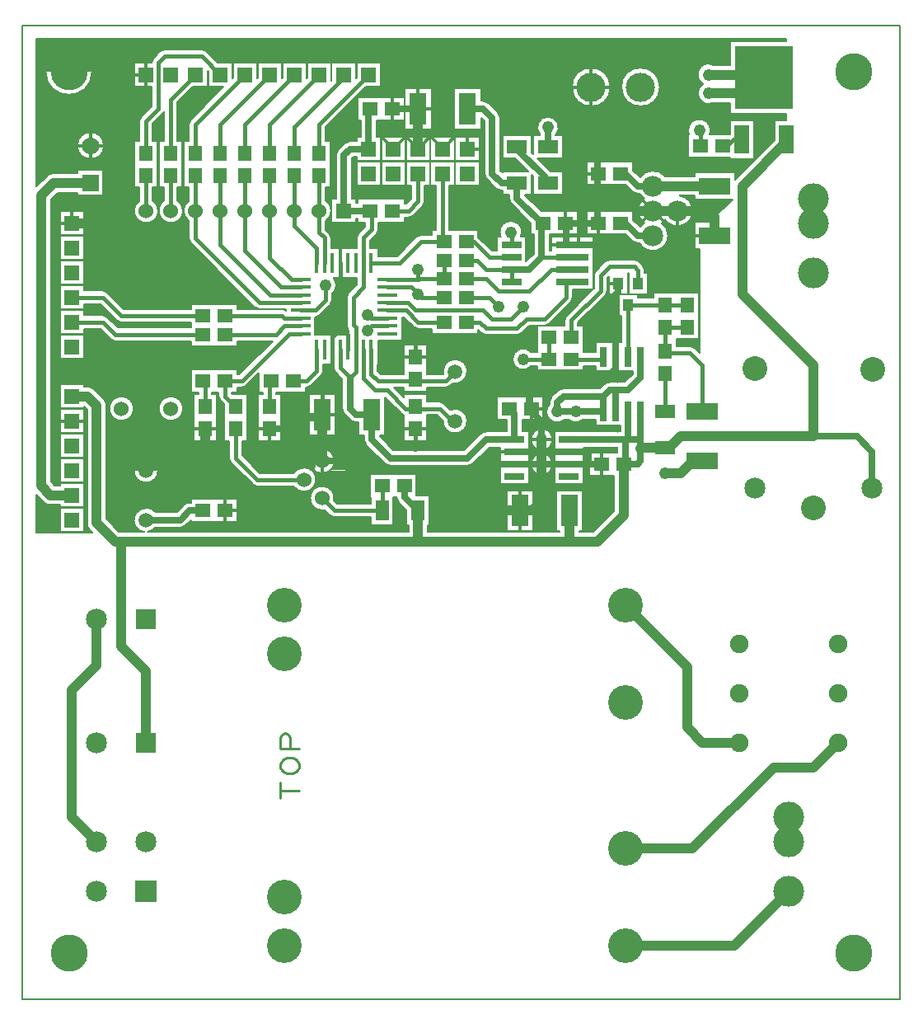
<source format=gbr>
%FSLAX23Y23*%
%MOIN*%
G04 EasyPC Gerber Version 14.0.2 Build 2922 *
%ADD118R,0.01600X0.08000*%
%ADD97R,0.02500X0.08000*%
%ADD121R,0.04000X0.04800*%
%ADD28R,0.05500X0.06000*%
%ADD120R,0.05500X0.08000*%
%ADD123R,0.05906X0.11811*%
%ADD99R,0.07000X0.12600*%
%ADD124R,0.23622X0.25591*%
%ADD15R,0.06000X0.06000*%
%ADD108R,0.06000X0.06000*%
%ADD87R,0.06500X0.06500*%
%ADD117R,0.08000X0.08000*%
%ADD116R,0.08500X0.08500*%
%ADD24C,0.00500*%
%ADD26C,0.00800*%
%ADD13C,0.01000*%
%ADD20C,0.01200*%
%ADD14C,0.01500*%
%ADD71C,0.02500*%
%ADD70C,0.04000*%
%ADD19C,0.04800*%
%ADD115C,0.05984*%
%ADD16C,0.06000*%
%ADD125C,0.07000*%
%ADD122C,0.07500*%
%ADD112C,0.08500*%
%ADD23C,0.10000*%
%ADD126C,0.11811*%
%ADD113C,0.12500*%
%ADD119R,0.08000X0.01600*%
%ADD27R,0.08000X0.02500*%
%ADD29R,0.06000X0.05500*%
%ADD72C,0.14000*%
%ADD114R,0.08000X0.05500*%
%ADD78C,0.15000*%
%ADD98R,0.12600X0.07000*%
X0Y0D02*
D02*
D13*
X1685Y846D02*
X1610D01*
Y815D02*
Y877D01*
X1660Y915D02*
X1635D01*
X1623Y921*
X1616Y928*
X1610Y940*
Y953*
X1616Y965*
X1623Y971*
X1635Y978*
X1660*
X1673Y971*
X1679Y965*
X1685Y953*
Y940*
X1679Y928*
X1673Y921*
X1660Y915*
X1685Y1015D02*
X1610D01*
Y1059*
X1616Y1071*
X1629Y1077*
X1641Y1071*
X1648Y1059*
Y1015*
D02*
D14*
X1067Y3333D02*
Y3190D01*
Y3423D02*
Y3553D01*
X1117Y3603*
Y3790*
X1142Y3815*
X1292*
X1367Y3740*
X1167Y3333D02*
Y3190D01*
Y3423D02*
Y3640D01*
X1267Y3740*
Y3333D02*
Y3190D01*
X1297Y2503D02*
X1304D01*
Y2398*
X1297Y2690D02*
X941D01*
X891Y2740*
X766*
X1297Y2765D02*
X967D01*
X891Y2840*
X766*
X1367Y3190D02*
Y3333D01*
Y3423D02*
Y3540D01*
X1566Y3740*
X1387Y2503D02*
Y2440D01*
X1429Y2398*
X1466Y3333D02*
Y3190D01*
Y3423D02*
Y3540D01*
X1666Y3740*
X1466D02*
X1267Y3540D01*
Y3423*
X1566Y2398D02*
Y2498D01*
X1572Y2503*
X1566Y3190D02*
Y3000D01*
X1654Y2913*
X1691*
X1566Y3333D02*
Y3190D01*
Y3423D02*
Y3540D01*
X1766Y3740*
X1666Y3333D02*
Y3190D01*
Y3423D02*
Y3528D01*
X1866Y3728*
Y3740*
X1691Y2692D02*
X1644D01*
X1454Y2503*
X1387*
X1691Y2724D02*
X1625D01*
X1591Y2690*
X1387*
X1691Y2755D02*
X1626D01*
X1616Y2765*
X1387*
X1691Y2787D02*
X1751D01*
X1791Y2828*
Y2890*
X1691Y2818D02*
X1526D01*
X1267Y3078*
Y3190*
X1691Y2850D02*
X1569D01*
X1367Y3053*
Y3190*
X1691Y2881D02*
X1613D01*
X1466Y3028*
Y3190*
X1704Y2103D02*
X1516D01*
X1429Y2190*
Y2308*
X1756Y2628D02*
Y2542D01*
X1716Y2503*
X1661*
X1756Y2978D02*
Y3038D01*
X1666Y3128*
Y3190*
X1766Y3333D02*
Y3190D01*
Y3423D02*
Y3540D01*
X1966Y3740*
X1788Y2978D02*
Y3081D01*
X1766Y3103*
Y3190*
X1819Y2628D02*
Y2555D01*
X1779Y2515*
Y2365*
X1819Y2628D02*
Y2680D01*
X1854Y2715*
X1851Y2628D02*
Y2556D01*
X1891Y2515*
X1851Y2978D02*
Y2893D01*
X1854Y2890*
Y2715D02*
Y2890D01*
X1882Y2628D02*
Y2687D01*
X1854Y2715*
X1914Y2628D02*
Y2537D01*
X1891Y2515*
X1945Y2628D02*
Y2511D01*
X1991Y2465*
X2041*
X2117Y2390*
X2254*
X2304Y2340*
X2317*
X1945Y2978D02*
Y3081D01*
X1979Y3115*
Y3183*
X1972Y3190*
X1945Y2978D02*
Y2881D01*
X1904Y2840*
Y2728*
X1914Y2718*
Y2628*
X2021Y1978D02*
X1829D01*
X1779Y2028*
X2022Y2078D02*
Y1979D01*
X2021Y1978*
X2041Y2724D02*
X1980D01*
X1962Y2705*
X2041Y2755D02*
X1976D01*
X1962Y2770*
X2041Y2787D02*
X2120D01*
X2167Y2740*
X2272*
X2041Y2818D02*
X2126D01*
X2154Y2790*
X2429*
X2467Y2753*
X2542*
X2592Y2803*
X2041Y2881D02*
X2138D01*
X2167Y2853*
X2041Y2913D02*
X2169D01*
X2167Y2915*
X2062Y3190D02*
X2129D01*
X2167Y3228*
Y3340*
X2154Y2240D02*
Y2308D01*
Y2598D02*
Y2665D01*
X2167Y2853D02*
X2179Y2840D01*
X2272*
X2167Y2915D02*
X2272D01*
X2167Y2953D02*
Y2915D01*
X2272D02*
Y2990D01*
Y3065D02*
X2267D01*
Y3340*
X2272Y3065D02*
X2179D01*
X2092Y2978*
X1977*
X2317Y2540D02*
X2279Y2503D01*
X2004*
X1977Y2530*
Y2628*
X2362Y2740D02*
X2417D01*
X2442Y2715*
X2567*
X2604Y2753*
X2679*
X2764Y2838*
Y2903*
X2492Y2803D02*
X2454Y2840D01*
X2362*
X2544Y2953D02*
X2442D01*
X2404Y2990*
X2362*
X2544Y2953D02*
Y2903D01*
Y3003D02*
X2454D01*
X2392Y3065*
X2362*
X2544Y3053D02*
Y3100D01*
X2542Y3103*
X2592Y2590D02*
X2697D01*
X2667Y3003D02*
X2764D01*
X2697Y2678D02*
Y2590D01*
X2764Y2953D02*
X2704D01*
X2617Y2865*
X2492*
X2442Y2915*
X2362*
X2917Y2600D02*
Y2590D01*
X2787*
X3017Y2600D02*
Y2809D01*
X3057Y2896D02*
Y2950D01*
X3042Y2965*
X2942*
X2904Y2928*
Y2865*
X2787Y2748*
Y2678*
X3167Y2533D02*
Y2378D01*
Y2720D02*
Y2623D01*
Y2810D02*
X3018D01*
X3017Y2809*
X3254Y2720D02*
X3167D01*
X3254Y2810D02*
X3167D01*
X3309Y3453D02*
Y3510D01*
X3304Y3515*
X3317Y2378D02*
Y2565D01*
X3267Y2615*
X3174*
X3167Y2623*
X3399Y3453D02*
X3417D01*
X3442Y3478*
X3477*
D02*
D15*
X766Y1940D03*
Y2040D03*
Y2140D03*
Y2240D03*
Y2340D03*
Y2440D03*
Y2640D03*
Y2740D03*
Y2840D03*
Y2940D03*
Y3040D03*
Y3140D03*
X1866Y3190D03*
X1966Y3340D03*
Y3440D03*
X2067Y3340D03*
Y3440D03*
X2167Y3340D03*
Y3440D03*
X2267Y3340D03*
Y3440D03*
X2367Y3340D03*
Y3440D03*
D02*
D16*
X967Y2390D03*
X1067Y3190D03*
X1167Y2390D03*
Y3190D03*
X1267D03*
X1367D03*
X1466D03*
X1566D03*
X1666D03*
X1704Y2103D03*
X1766Y3190D03*
X1779Y2028D03*
Y2178D03*
D02*
D19*
X1067Y2840D03*
X1167Y2515D03*
Y2640D03*
Y2840D03*
X1304Y2165D03*
X1466Y1978D03*
X1566D03*
X1779Y2465D03*
X1791Y2890D03*
X1854Y2715D03*
Y2890D03*
X1962Y2705D03*
Y2770D03*
X2154Y2240D03*
Y2665D03*
X2167Y2853D03*
Y2953D03*
Y3740D03*
X2267D03*
X2354Y1978D03*
X2442Y3153D03*
X2454Y1978D03*
X2479Y2615D03*
X2492Y2803D03*
X2542Y3103D03*
X2592Y2590D03*
Y2803D03*
X2617Y2503D03*
X2667Y2165D03*
Y2265D03*
X2692Y3528D03*
X2729Y2378D03*
X2804D03*
X2854Y2503D03*
X2892Y3240D03*
Y3440D03*
X2929Y2765D03*
Y3053D03*
X3167Y2128D03*
X3304Y3515D03*
X3342Y3665D03*
Y3740D03*
D02*
D70*
X766Y2440D02*
X829D01*
X867Y2403*
Y1928*
X941Y1853*
X967*
X766Y3140D02*
X916D01*
X1067Y2990*
Y2840*
X842Y3303D02*
X692D01*
X641Y3253*
Y2078*
X679Y2040*
X766*
X867Y640D02*
X766Y740D01*
Y1252*
X867Y1353*
Y1540*
X967Y1853D02*
X2167D01*
X1067Y1040D02*
Y1328D01*
X967Y1428*
Y1853*
X1167Y2640D02*
Y2515D01*
Y2840D02*
X1067D01*
X1304Y2165D02*
Y2308D01*
X1566Y1978D02*
X1466D01*
X1779Y2178D02*
Y2365D01*
X2167Y1853D02*
Y1878D01*
Y1978*
Y3603D02*
Y3440D01*
X2454Y1978D02*
X2579D01*
X2454D02*
X2354D01*
X2667Y2165D02*
Y2015D01*
X2629Y1978*
X2579*
X2667Y2265D02*
Y2165D01*
X2779Y1853D02*
X2167D01*
X2779Y1978D02*
Y1853D01*
X2892Y3240D02*
X3004D01*
X3054Y3190*
X3117*
X2999Y2165D02*
Y1960D01*
X2892Y1853*
X2779*
X3004Y218D02*
X3445D01*
X3667Y440*
X3004Y612D02*
X3276D01*
X3604Y940*
X3767*
X3867Y1040*
X3167Y2232D02*
X3070D01*
X3067Y2228*
X3217Y3190D02*
X3117D01*
X3317Y2178D02*
X3279D01*
X3229Y2128*
X3167*
X3342Y3665D02*
X3504D01*
X3567Y3728*
X3342Y3740D02*
X3479D01*
Y3728*
X3567*
X3367Y3090D02*
Y3165D01*
X3342Y3190*
X3217*
X3367Y3290D02*
X3117D01*
X3467Y1040D02*
X3317D01*
X3254Y1103*
Y1346*
X3004Y1596*
X3657Y3478D02*
Y3468D01*
X3479Y3290*
Y2853*
X3767Y2565*
Y2278*
X3704*
X3229*
X3183Y2232*
X3167*
D02*
D71*
X1297Y1978D02*
X1242D01*
X1204Y1940*
X1067*
X1566Y2308D02*
X1634D01*
X1679Y2353*
X1766*
X1779Y2365*
X1866Y3190D02*
Y3415D01*
X1891Y3440*
X1966*
X1891Y2515D02*
Y2390D01*
X1916Y2365*
X1979*
X1972Y3190D02*
X1866D01*
X1972Y3603D02*
X1966D01*
Y3440*
X2062Y3603D02*
X2167D01*
X2112Y2078D02*
Y2033D01*
X2167Y1978*
X2154Y2665D02*
X2429D01*
X2479Y2615*
Y2540*
X2517Y2503*
X2617*
X2544Y2953D02*
X2617D01*
X2667Y3003*
X2557Y2165D02*
X2417D01*
X2392Y2140*
X1891*
X1854Y2178*
X1779*
X2557Y2215D02*
X2842D01*
X2854Y2203*
Y2165*
X2829*
X2557Y2265D02*
Y2368D01*
X2534Y2390*
X2557Y2265D02*
X2442D01*
X2367Y2190*
X2054*
X1979Y2265*
Y2365*
X2567Y3303D02*
X2504D01*
X2467Y3340*
Y3565*
X2429Y3603*
X2367*
X2567Y3303D02*
Y3240D01*
X2672Y3135*
Y3140*
X2567Y3449D02*
Y3440D01*
X2679Y3328*
Y3303*
X2692*
X2667Y2265D02*
Y2340D01*
X2617Y2390*
Y2503*
X2672Y3140D02*
X2667D01*
Y3003*
X2692Y3449D02*
Y3528D01*
X2729Y2378D02*
X2804D01*
X2762Y3140D02*
X2897D01*
X2764Y3053D02*
X2767D01*
Y3128*
X2762Y3140*
X2777Y2265D02*
X2967D01*
X2804Y2378D02*
X2729D01*
Y2415*
X2754Y2440*
X2917*
X2804Y2378D02*
X2914D01*
X2917Y2380*
X2817Y3053D02*
X2929D01*
X2829Y2165D02*
X2557D01*
X2897Y3140D02*
X2892D01*
Y3240*
X2897Y3340D02*
X2892Y3345D01*
Y3440*
X2897Y3340D02*
X2892D01*
Y3240*
X2909Y2165D02*
X2829D01*
X2917Y2380D02*
Y2440D01*
X2942Y2465*
X2967*
Y2265D02*
X3017D01*
X2967Y2380D02*
Y2465D01*
X3017*
X3067Y2515*
Y2600*
X2967D02*
Y2553D01*
X2917Y2503*
X2854*
X2967Y2600D02*
Y2678D01*
Y2728*
X2929Y2765*
Y2815*
X2977Y2863*
Y2896*
X2999Y2165D02*
X3054D01*
X3067Y2178*
Y2228*
X2999Y2165D02*
X3004D01*
Y2265*
X2967*
X3017D02*
X3067D01*
X3017Y2380D02*
Y2265D01*
X3067Y2228D02*
Y2265D01*
Y2380D02*
Y2265D01*
X3117Y3090D02*
X3054D01*
X3004Y3140*
X2987*
X3117Y3290D02*
X3054D01*
X3004Y3340*
X2987*
X4003Y2069D02*
Y2216D01*
X3942Y2278*
X3704*
D02*
D20*
X743Y2340D02*
X716D01*
X743Y3140D02*
X716D01*
X766Y3164D02*
Y3191D01*
X791Y2340D02*
X818D01*
X791Y3140D02*
X818D01*
X813Y3453D02*
X786D01*
X842Y3424D02*
Y3397D01*
Y3482D02*
Y3509D01*
X871Y3453D02*
X898D01*
X1043Y3740D02*
X1016D01*
X1067Y3716D02*
Y3689D01*
Y3764D02*
Y3791D01*
X1283Y2308D02*
X1256D01*
X1304Y2284D02*
Y2257D01*
X1325Y2308D02*
X1353D01*
X1387Y1956D02*
Y1929D01*
Y1999D02*
Y2026D01*
X1411Y1978D02*
X1438D01*
X1545Y2308D02*
X1518D01*
X1566Y2284D02*
Y2257D01*
X1588Y2308D02*
X1615D01*
X1750Y2365D02*
X1723D01*
X1755Y2178D02*
X1728D01*
X1779Y2154D02*
Y2127D01*
Y2202D02*
Y2229D01*
Y2308D02*
Y2281D01*
Y2422D02*
Y2449D01*
X1803Y2178D02*
X1830D01*
X1808Y2365D02*
X1835D01*
X1819Y2594D02*
Y2567D01*
Y2662D02*
Y2688D01*
X1851Y2943D02*
Y2917D01*
Y3012D02*
Y3038D01*
X1882Y2662D02*
Y2688D01*
X2041Y3466D02*
X2015Y3491D01*
X2062Y3581D02*
Y3554D01*
Y3624D02*
Y3651D01*
X2092Y3466D02*
X2118Y3491D01*
X2133Y2308D02*
X2106D01*
X2133Y2598D02*
X2106D01*
X2141Y3466D02*
X2116Y3491D01*
X2154Y2284D02*
Y2257D01*
Y2622D02*
Y2649D01*
X2167Y3545D02*
Y3519D01*
Y3660D02*
Y3687D01*
X2176Y2308D02*
X2203D01*
X2176Y2598D02*
X2203D01*
X2192Y3466D02*
X2217Y3491D01*
X2196Y3603D02*
X2223D01*
X2241Y3466D02*
X2216Y3491D01*
X2292Y3466D02*
X2317Y3491D01*
X2367Y3464D02*
Y3491D01*
X2391Y3440D02*
X2418D01*
X2523Y2165D02*
X2496D01*
X2523Y2215D02*
X2496D01*
X2550Y1978D02*
X2523D01*
X2579Y1921D02*
Y1894D01*
Y2035D02*
Y2062D01*
X2591Y2165D02*
X2618D01*
X2591Y2215D02*
X2618D01*
X2608Y1978D02*
X2635D01*
X2624Y2369D02*
Y2342D01*
Y2412D02*
Y2438D01*
X2648Y2390D02*
X2675D01*
X2649Y2165D02*
X2622D01*
X2649Y2265D02*
X2622D01*
X2667Y2147D02*
Y2120D01*
Y2183D02*
Y2210D01*
Y2247D02*
Y2220D01*
Y2283D02*
Y2310D01*
X2685Y2165D02*
X2712D01*
X2685Y2265D02*
X2712D01*
X2730Y3053D02*
X2703D01*
X2743Y2165D02*
X2716D01*
X2743Y2215D02*
X2716D01*
X2762Y3119D02*
Y3092D01*
Y3162D02*
Y3188D01*
X2764Y3059D02*
Y3086D01*
X2785Y3140D02*
X2813D01*
X2811Y2165D02*
X2838D01*
X2811Y2215D02*
X2838D01*
X2813Y3690D02*
X2786D01*
X2817Y3059D02*
Y3086D01*
X2851Y3053D02*
X2878D01*
X2867Y3637D02*
Y3610D01*
Y3743D02*
Y3770D01*
X2873Y3140D02*
X2845D01*
X2873Y3340D02*
X2845D01*
X2885Y2165D02*
X2858D01*
X2897Y3119D02*
Y3092D01*
Y3162D02*
Y3188D01*
Y3318D02*
Y3292D01*
Y3362D02*
Y3388D01*
X2909Y2144D02*
Y2117D01*
Y2187D02*
Y2213D01*
X2920Y3690D02*
X2947D01*
X2963Y2896D02*
X2936D01*
X2967Y2566D02*
Y2539D01*
Y2634D02*
Y2661D01*
X3091Y3164D02*
X3072Y3145D01*
X3091Y3216D02*
X3072Y3235D01*
X3142Y3164D02*
X3161Y3145D01*
X3217Y3154D02*
Y3127D01*
X3253Y3190D02*
X3280D01*
X3310Y3090D02*
X3283D01*
D02*
D23*
X3528Y2551D03*
X3767Y1990D03*
X4005Y2550D03*
D02*
D24*
X4117Y3D02*
X567D01*
Y3940*
X4117*
Y3*
D02*
D26*
X623Y1890D02*
X849D01*
X839Y1900*
G75*
G02X828Y1928I28J28*
G01*
Y2386*
X816Y2398*
Y2391*
X718*
Y2489*
X816*
Y2479*
X829*
G75*
G02X857Y2468I0J-39*
G01*
X894Y2430*
G75*
G02X906Y2403I-28J-28*
G01*
Y1944*
X957Y1892*
G75*
G02X978Y1891I9J-40*
G01*
X1060*
G75*
G02X1018Y1940I6J49*
G01*
G75*
G02X1104Y1972I49*
G01*
X1191*
X1219Y2000*
G75*
G02X1242Y2009I22J-22*
G01*
X1248*
Y2024*
X1436*
Y1931*
X1248*
Y1939*
X1226Y1918*
G75*
G02X1204Y1909I-22J22*
G01*
X1104*
G75*
G02X1073Y1891I-37J32*
G01*
X2128*
Y1919*
X2120*
Y1979*
X2089Y2010*
G75*
G02X2080Y2031I22J22*
G01*
X2067*
Y1919*
X1974*
Y1951*
X1829*
G75*
G02X1810Y1959I0J27*
G01*
X1789Y1980*
G75*
G02X1779Y1979I-10J48*
G01*
G75*
G02Y2077J49*
G01*
G75*
G02X1827Y2017J-49*
G01*
X1840Y2004*
X1974*
Y2031*
X1972*
Y2124*
X2160*
Y2037*
X2213*
Y1919*
X2206*
Y1891*
X2740*
Y1895*
X2725*
Y2060*
X2833*
Y1895*
X2818*
Y1891*
X2875*
X2960Y1976*
Y2119*
X2860*
Y2212*
X2973*
Y2232*
G75*
G02X2956Y2233I-6J33*
G01*
X2836*
Y2084*
X2718*
Y2297*
X2956*
G75*
G02X2977I10J-31*
G01*
X2985*
Y2321*
X2885*
Y2346*
X2833*
G75*
G02X2777Y2344I-29J32*
G01*
X2756*
G75*
G02X2698Y2407I-27J33*
G01*
Y2415*
G75*
G02X2707Y2437I32J0*
G01*
X2732Y2462*
G75*
G02X2754Y2472I22J-22*
G01*
X2903*
X2919Y2487*
G75*
G02X2942Y2497I22J-22*
G01*
X2956*
G75*
G02X2977I10J-31*
G01*
X3003*
X3035Y2528*
Y2541*
X2885*
Y2563*
X2836*
Y2544*
X2648*
Y2563*
X2625*
G75*
G02X2549Y2590I-34J27*
G01*
G75*
G02X2625Y2617I43*
G01*
X2648*
Y2724*
X2760*
Y2748*
G75*
G02X2768Y2766I27J0*
G01*
X2873Y2871*
X2791*
Y2838*
G75*
G02X2783Y2819I-27J0*
G01*
X2698Y2734*
G75*
G02X2679Y2726I-19J19*
G01*
X2615*
X2585Y2696*
G75*
G02X2567Y2688I-19J19*
G01*
X2442*
G75*
G02X2423Y2696I0J27*
G01*
X2410Y2709*
Y2693*
X2223*
Y2713*
X2167*
G75*
G02X2148Y2721I0J27*
G01*
X2109Y2760*
X2101*
Y2665*
X2004*
Y2568*
X2003*
Y2541*
X2015Y2529*
X2108*
Y2647*
X2201*
Y2529*
X2268*
X2269Y2530*
G75*
G02X2268Y2540I48J10*
G01*
G75*
G02X2365I49*
G01*
G75*
G02X2306Y2492I-49*
G01*
X2298Y2484*
G75*
G02X2279Y2476I-19J19*
G01*
X2201*
Y2459*
X2108*
Y2476*
X2068*
X2108Y2436*
Y2447*
X2201*
Y2417*
X2254*
G75*
G02X2273Y2409I0J-27*
G01*
X2297Y2385*
G75*
G02X2365Y2340I20J-45*
G01*
G75*
G02X2268Y2339I-49*
G01*
X2243Y2364*
X2201*
Y2259*
X2108*
Y2365*
G75*
G02X2098Y2371I9J25*
G01*
X2033Y2436*
Y2283*
X2011*
Y2278*
X2067Y2222*
X2353*
X2419Y2287*
G75*
G02X2442Y2297I22J-22*
G01*
X2525*
Y2344*
X2485*
Y2437*
X2673*
Y2344*
X2588*
Y2297*
X2616*
Y2084*
X2498*
Y2233*
X2455*
X2389Y2168*
G75*
G02X2367Y2159I-22J22*
G01*
X2054*
G75*
G02X2032Y2168I0J32*
G01*
X1957Y2243*
G75*
G02X1948Y2265I22J22*
G01*
Y2283*
X1925*
Y2334*
X1916*
G75*
G02X1894Y2343I0J32*
G01*
X1869Y2368*
G75*
G02X1860Y2390I22J22*
G01*
Y2505*
G75*
G02X1859Y2510I32J10*
G01*
X1832Y2537*
G75*
G02X1824Y2556I19J19*
G01*
Y2568*
X1783*
Y2542*
G75*
G02X1775Y2524I-27J0*
G01*
X1735Y2484*
G75*
G02X1716Y2476I-19J19*
G01*
X1711*
Y2456*
X1593*
Y2447*
X1613*
Y2259*
X1520*
Y2447*
X1540*
Y2456*
X1523*
Y2534*
X1473Y2484*
G75*
G02X1454Y2476I-19J19*
G01*
X1436*
Y2456*
X1413*
Y2451*
X1417Y2447*
X1476*
Y2259*
X1456*
Y2201*
X1527Y2129*
X1663*
G75*
G02X1704Y2152I41J-27*
G01*
G75*
G02Y2054J-49*
G01*
G75*
G02X1663Y2076J49*
G01*
X1516*
G75*
G02X1498Y2084I0J27*
G01*
X1410Y2171*
G75*
G02X1403Y2190I19J19*
G01*
Y2259*
X1383*
Y2407*
X1368Y2421*
G75*
G02X1360Y2440I19J19*
G01*
Y2456*
X1331*
Y2447*
X1351*
Y2259*
X1258*
Y2447*
X1278*
Y2456*
X1248*
Y2549*
X1436*
Y2529*
X1443*
X1578Y2663*
X1436*
Y2643*
X1248*
Y2663*
X941*
G75*
G02X923Y2671I0J27*
G01*
X881Y2713*
X816*
Y2691*
X718*
Y2789*
X816*
Y2767*
X891*
G75*
G02X910Y2759I0J-27*
G01*
X952Y2717*
X1248*
Y2739*
X967*
G75*
G02X948Y2746I0J27*
G01*
X881Y2813*
X816*
Y2791*
X718*
Y2889*
X816*
Y2867*
X891*
G75*
G02X910Y2859I0J-27*
G01*
X977Y2792*
X1248*
Y2812*
X1436*
Y2792*
X1616*
G75*
G02X1633Y2786I0J-27*
G01*
Y2792*
X1526*
G75*
G02X1507Y2800I0J27*
G01*
X1248Y3059*
G75*
G02X1240Y3078I19J19*
G01*
Y3149*
G75*
G02Y3231I27J41*
G01*
Y3284*
X1220*
Y3472*
X1240*
Y3540*
G75*
G02X1248Y3559I27J0*
G01*
X1380Y3691*
X1318*
Y3752*
X1315Y3754*
Y3691*
X1255*
X1193Y3629*
Y3472*
X1213*
Y3284*
X1193*
Y3231*
G75*
G02X1216Y3190I-27J-41*
G01*
G75*
G02X1117I-49*
G01*
G75*
G02X1140Y3231I49*
G01*
Y3284*
X1120*
Y3472*
X1140*
Y3590*
G75*
G02X1135Y3584I-24J12*
G01*
X1093Y3542*
Y3472*
X1113*
Y3284*
X1093*
Y3231*
G75*
G02X1116Y3190I-27J-41*
G01*
G75*
G02X1018I-49*
G01*
G75*
G02X1040Y3231I49*
G01*
Y3284*
X1020*
Y3472*
X1040*
Y3553*
G75*
G02X1048Y3571I27J0*
G01*
X1090Y3613*
Y3691*
X1018*
Y3789*
X1090*
Y3790*
G75*
G02X1098Y3809I27J0*
G01*
X1123Y3834*
G75*
G02X1142Y3842I19J-19*
G01*
X1292*
G75*
G02X1310Y3834I0J-27*
G01*
X1355Y3789*
X1415*
Y3726*
X1418Y3728*
Y3789*
X1516*
Y3726*
X1518Y3728*
Y3789*
X1616*
Y3726*
X1618Y3728*
Y3789*
X1716*
Y3726*
X1718Y3728*
Y3789*
X1815*
Y3714*
X1817Y3716*
Y3789*
X1916*
Y3726*
X1918Y3728*
Y3789*
X2015*
Y3691*
X1955*
X1793Y3529*
Y3472*
X1813*
Y3284*
X1793*
Y3231*
G75*
G02Y3149I-27J-41*
G01*
Y3113*
X1806Y3100*
G75*
G02X1814Y3081I-19J-19*
G01*
Y3037*
X1919*
Y3081*
G75*
G02X1927Y3100I27J0*
G01*
X1953Y3126*
Y3143*
X1923*
Y3159*
X1916*
Y3141*
X1817*
Y3239*
X1835*
Y3415*
G75*
G02X1844Y3437I32J0*
G01*
X1869Y3462*
G75*
G02X1891Y3472I22J-22*
G01*
X1918*
Y3489*
X1935*
Y3556*
X1923*
Y3649*
X2111*
Y3556*
X1998*
Y3489*
X2015*
Y3391*
X1918*
Y3409*
X1905*
X1898Y3402*
Y3239*
X1916*
Y3222*
X1923*
Y3237*
X2111*
Y3217*
X2118*
X2140Y3238*
Y3291*
X2118*
Y3389*
X2216*
Y3291*
X2193*
Y3228*
G75*
G02X2185Y3209I-27J0*
G01*
X2148Y3171*
G75*
G02X2129Y3163I-19J19*
G01*
X2111*
Y3143*
X2006*
Y3115*
G75*
G02X1998Y3096I-27J0*
G01*
X1972Y3070*
Y3037*
X2004*
Y3004*
X2081*
X2160Y3084*
G75*
G02X2179Y3092I19J-19*
G01*
X2223*
Y3112*
X2240*
Y3291*
X2217*
Y3389*
X2316*
Y3291*
X2293*
Y3112*
X2410*
Y3083*
X2465Y3029*
X2485*
Y3084*
X2501*
G75*
G02X2497Y3103I41J19*
G01*
G75*
G02X2586I45*
G01*
G75*
G02X2582Y3084I-45*
G01*
X2603*
Y2984*
X2603*
X2635Y3016*
Y3094*
X2623*
Y3139*
X2544Y3218*
G75*
G02X2535Y3240I22J22*
G01*
Y3256*
X2508*
Y3271*
X2504*
G75*
G02X2482Y3280I0J32*
G01*
X2444Y3318*
G75*
G02X2435Y3340I22J22*
G01*
Y3552*
X2421Y3566*
Y3520*
X2313*
Y3685*
X2421*
Y3634*
X2429*
G75*
G02X2451Y3625I0J-32*
G01*
X2489Y3587*
G75*
G02X2498Y3565I-22J-22*
G01*
Y3353*
X2508Y3344*
Y3349*
X2613*
X2560Y3402*
X2508*
Y3495*
X2626*
Y3426*
X2633Y3419*
Y3495*
X2660*
Y3498*
G75*
G02X2692Y3570I32J29*
G01*
G75*
G02X2723Y3498J-43*
G01*
Y3495*
X2751*
Y3402*
X2649*
X2701Y3350*
G75*
G02X2702Y3349I-22J-22*
G01*
X2751*
Y3256*
X2633*
Y3329*
X2626Y3336*
Y3256*
X2598*
Y3253*
X2665Y3187*
X2811*
Y3094*
X2698*
Y3029*
X2705*
Y3084*
X2876*
Y2874*
X2878Y2876*
Y2928*
G75*
G02X2885Y2946I27J0*
G01*
X2923Y2984*
G75*
G02X2942Y2992I19J-19*
G01*
X3042*
G75*
G02X3060Y2984I0J-27*
G01*
X3075Y2969*
G75*
G02X3083Y2950I-19J-19*
G01*
Y2938*
X3095*
Y2853*
X3018*
Y2938*
X3015*
Y2853*
X2938*
Y2924*
X2931Y2917*
Y2865*
G75*
G02X2923Y2846I-27J0*
G01*
X2813Y2737*
Y2724*
X2836*
Y2617*
X2885*
Y2659*
X2990*
Y2765*
X2978*
Y2852*
X3056*
Y2838*
X3120*
Y2859*
X3301*
Y2671*
X3213*
Y2642*
X3267*
G75*
G02X3285Y2634I0J-27*
G01*
X3304Y2615*
Y3036*
X3285*
Y3144*
X3345*
X3438Y3236*
X3285*
Y3251*
X3224*
G75*
G02X3278Y3190I-8J-61*
G01*
G75*
G02X3167Y3154I-62*
G01*
G75*
G02X3152Y3140I-50J36*
G01*
G75*
G02X3178Y3090I-36J-50*
G01*
G75*
G02X3064Y3059I-62*
G01*
X3054*
G75*
G02X3032Y3068I0J32*
G01*
X3006Y3094*
X2848*
Y3187*
X3035*
Y3153*
X3065Y3124*
G75*
G02X3081Y3140I52J-34*
G01*
G75*
G02Y3240I36J50*
G01*
G75*
G02X3064Y3259I36J50*
G01*
X3054*
G75*
G02X3032Y3268I0J32*
G01*
X3006Y3294*
X2848*
Y3387*
X3035*
Y3353*
X3065Y3324*
G75*
G02X3164Y3329I52J-34*
G01*
X3285*
Y3344*
X3449*
Y3314*
G75*
G02X3451Y3318I31J-24*
G01*
X3608Y3474*
Y3556*
X3654*
Y3581*
X3429*
Y3626*
X3360*
G75*
G02X3320Y3703I-18J39*
G01*
G75*
G02X3360Y3779I21J38*
G01*
X3429*
Y3874*
X3654*
Y3884*
X623*
Y3289*
X664Y3330*
G75*
G02X692Y3342I28J-28*
G01*
X790*
Y3354*
X893*
Y3251*
X790*
Y3263*
X708*
X681Y3236*
Y2094*
X695Y2079*
X718*
Y2089*
X816*
Y1991*
X718*
Y2001*
X679*
G75*
G02X651Y2012I0J39*
G01*
X623Y2041*
Y1890*
X660Y3753D02*
G75*
G02X848I94D01*
G01*
G75*
G02X660I-94*
G01*
X718Y1989D02*
X816D01*
Y1891*
X718*
Y1989*
Y2189D02*
X816D01*
Y2091*
X718*
Y2189*
Y2289D02*
X816D01*
Y2191*
X718*
Y2289*
Y2389D02*
X816D01*
Y2291*
X718*
Y2389*
Y2689D02*
X816D01*
Y2591*
X718*
Y2689*
Y2989D02*
X816D01*
Y2891*
X718*
Y2989*
Y3089D02*
X816D01*
Y2991*
X718*
Y3089*
Y3189D02*
X816D01*
Y3091*
X718*
Y3189*
X788Y3453D02*
G75*
G02X896I54D01*
G01*
G75*
G02X788I-54*
G01*
X967Y2341D02*
G75*
G02Y2439J49D01*
G01*
G75*
G02Y2341J-49*
G01*
X1018Y2140D02*
G75*
G02X1115I49D01*
G01*
G75*
G02X1018I-49*
G01*
X1167Y2341D02*
G75*
G02Y2439J49D01*
G01*
G75*
G02Y2341J-49*
G01*
X1779Y2128D02*
G75*
G02Y2227J49D01*
G01*
G75*
G02Y2128J-49*
G01*
X1833Y2447D02*
Y2283D01*
X1725*
Y2447*
X1833*
X1918Y3291D02*
Y3389D01*
X2015*
Y3291*
X1918*
X2018D02*
Y3389D01*
X2116*
Y3291*
X2018*
Y3391D02*
Y3489D01*
X2116*
Y3391*
X2018*
X2118D02*
Y3489D01*
X2216*
Y3391*
X2118*
X2217D02*
Y3489D01*
X2316*
Y3391*
X2217*
X2221Y3685D02*
Y3520D01*
X2113*
Y3685*
X2221*
X2317Y3291D02*
Y3389D01*
X2416*
Y3291*
X2317*
Y3391D02*
Y3489D01*
X2416*
Y3391*
X2317*
X2624Y2165D02*
G75*
G02X2710I43D01*
G01*
G75*
G02X2624I-43*
G01*
Y2265D02*
G75*
G02X2710I43D01*
G01*
G75*
G02X2624I-43*
G01*
X2633Y2060D02*
Y1895D01*
X2525*
Y2060*
X2633*
X2945Y3690D02*
G75*
G02X2788I-78D01*
G01*
G75*
G02X2945I78*
G01*
X3145D02*
G75*
G02X2988I-78D01*
G01*
G75*
G02X3145I78*
G01*
X3262Y3499D02*
G75*
G02X3259Y3515I42J16D01*
G01*
G75*
G02X3349I45*
G01*
G75*
G02X3346Y3499I-45J0*
G01*
X3350*
X3358*
X3426*
G75*
G02X3428Y3500I15J-22*
G01*
Y3556*
X3525*
Y3399*
X3428*
Y3406*
X3358*
X3350*
X3260*
Y3499*
X3262*
X623Y3753D02*
G36*
Y3453D01*
X788*
G75*
G02X896I54*
G01*
X1020*
Y3472*
X1040*
Y3553*
G75*
G02X1048Y3571I27J0*
G01*
X1090Y3613*
Y3691*
X1018*
Y3753*
X848*
G75*
G02X660I-94*
G01*
X623*
G37*
X660D02*
G36*
G75*
G02X848I94D01*
G01*
X1018*
Y3789*
X1090*
Y3790*
G75*
G02X1098Y3809I27J0*
G01*
X1123Y3834*
G75*
G02X1142Y3842I19J-19*
G01*
X1292*
G75*
G02X1310Y3834I0J-27*
G01*
X1355Y3789*
X1415*
Y3726*
X1418Y3728*
Y3789*
X1516*
Y3726*
X1518Y3728*
Y3789*
X1616*
Y3726*
X1618Y3728*
Y3789*
X1716*
Y3726*
X1718Y3728*
Y3789*
X1815*
Y3714*
X1817Y3716*
Y3789*
X1916*
Y3726*
X1918Y3728*
Y3789*
X2015*
Y3753*
X2820*
G75*
G02X2913I47J-63*
G01*
X3020*
G75*
G02X3113I47J-63*
G01*
X3300*
G75*
G02X3360Y3779I41J-13*
G01*
X3429*
Y3874*
X3654*
Y3884*
X623*
Y3753*
X660*
G37*
X2015D02*
G36*
Y3691D01*
X1955*
X1793Y3529*
Y3472*
X1813*
Y3284*
X1793*
Y3231*
G75*
G02Y3149I-27J-41*
G01*
Y3113*
X1806Y3100*
G75*
G02X1814Y3081I-19J-19*
G01*
Y3037*
X1919*
Y3081*
G75*
G02X1927Y3100I27J0*
G01*
X1953Y3126*
Y3143*
X1923*
Y3159*
X1916*
Y3141*
X1817*
Y3239*
X1835*
Y3415*
G75*
G02X1844Y3437I32J0*
G01*
X1869Y3462*
G75*
G02X1891Y3472I22J-22*
G01*
X1918*
Y3489*
X1935*
Y3556*
X1923*
Y3649*
X2111*
Y3603*
X2113*
Y3685*
X2221*
Y3603*
X2313*
Y3685*
X2421*
Y3634*
X2429*
G75*
G02X2451Y3625I0J-32*
G01*
X2489Y3587*
G75*
G02X2498Y3565I-22J-22*
G01*
Y3353*
X2508Y3344*
Y3349*
X2613*
X2560Y3402*
X2508*
Y3495*
X2626*
Y3426*
X2633Y3419*
Y3495*
X2660*
Y3498*
G75*
G02X2692Y3570I32J29*
G01*
G75*
G02X2723Y3498J-43*
G01*
Y3495*
X2751*
Y3453*
X3260*
Y3499*
X3262*
G75*
G02X3259Y3515I42J16*
G01*
G75*
G02X3349I45*
G01*
G75*
G02X3346Y3499I-45J0*
G01*
X3426*
G75*
G02X3428Y3500I15J-22*
G01*
Y3556*
X3525*
Y3453*
X3586*
X3608Y3474*
Y3556*
X3654*
Y3581*
X3429*
Y3626*
X3360*
G75*
G02X3320Y3703I-18J39*
G01*
G75*
G02X3300Y3753I21J38*
G01*
X3113*
G75*
G02X3145Y3690I-47J-63*
G01*
G75*
G02X2988I-78*
G01*
G75*
G02X3020Y3753I78*
G01*
X2913*
G75*
G02X2945Y3690I-47J-63*
G01*
G75*
G02X2788I-78*
G01*
G75*
G02X2820Y3753I78*
G01*
X2015*
G37*
X623Y1940D02*
G36*
Y1890D01*
X849*
X839Y1900*
G75*
G02X828Y1928I28J28*
G01*
Y1940*
X816*
Y1891*
X718*
Y1940*
X623*
G37*
X718D02*
G36*
Y1989D01*
X816*
Y1940*
X828*
Y2140*
X816*
Y2091*
X718*
Y2140*
X681*
Y2094*
X695Y2079*
X718*
Y2089*
X816*
Y1991*
X718*
Y2001*
X679*
G75*
G02X651Y2012I0J39*
G01*
X623Y2041*
Y1940*
X718*
G37*
X2213D02*
G36*
Y1919D01*
X2206*
Y1891*
X2740*
Y1895*
X2725*
Y1940*
X2633*
Y1895*
X2525*
Y1940*
X2213*
G37*
X2525D02*
G36*
Y2060D01*
X2633*
Y1940*
X2725*
Y2060*
X2833*
Y1895*
X2818*
Y1891*
X2875*
X2960Y1976*
Y2119*
X2860*
Y2212*
X2973*
Y2232*
G75*
G02X2956Y2233I-6J33*
G01*
X2836*
Y2084*
X2718*
Y2140*
X2701*
G75*
G02X2632I-35J25*
G01*
X2616*
Y2084*
X2498*
Y2140*
X1811*
G75*
G02X1779Y2128I-32J38*
G01*
G75*
G02X1747Y2140J49*
G01*
X1736*
G75*
G02X1704Y2054I-32J-38*
G01*
G75*
G02X1663Y2076J49*
G01*
X1516*
G75*
G02X1498Y2084I0J27*
G01*
X1442Y2140*
X1115*
G75*
G02X1018I-49*
G01*
X906*
Y1944*
X957Y1892*
G75*
G02X978Y1891I9J-40*
G01*
X1060*
G75*
G02X1018Y1940I6J49*
G01*
G75*
G02X1104Y1972I49*
G01*
X1191*
X1219Y2000*
G75*
G02X1242Y2009I22J-22*
G01*
X1248*
Y2024*
X1436*
Y1931*
X1248*
Y1939*
X1226Y1918*
G75*
G02X1204Y1909I-22J22*
G01*
X1104*
G75*
G02X1073Y1891I-37J32*
G01*
X2128*
Y1919*
X2120*
Y1979*
X2089Y2010*
G75*
G02X2080Y2031I22J22*
G01*
X2067*
Y1919*
X1974*
Y1951*
X1829*
G75*
G02X1810Y1959I0J27*
G01*
X1789Y1980*
G75*
G02X1779Y1979I-10J48*
G01*
G75*
G02Y2077J49*
G01*
G75*
G02X1827Y2017J-49*
G01*
X1840Y2004*
X1974*
Y2031*
X1972*
Y2124*
X2160*
Y2037*
X2213*
Y1940*
X2525*
G37*
X718Y2140D02*
G36*
Y2189D01*
X816*
Y2140*
X828*
Y2240*
X816*
Y2191*
X718*
Y2240*
X681*
Y2140*
X718*
G37*
X1018D02*
G36*
G75*
G02X1115I49D01*
G01*
X1442*
X1410Y2171*
G75*
G02X1403Y2190I19J19*
G01*
Y2259*
X1383*
Y2407*
X1368Y2421*
G75*
G02X1360Y2440I19J19*
G01*
Y2456*
X1331*
Y2447*
X1351*
Y2259*
X1258*
Y2390*
X1216*
G75*
G02X1167Y2341I-49*
G01*
G75*
G02X1117Y2390J49*
G01*
X1016*
G75*
G02X967Y2341I-49*
G01*
G75*
G02X918Y2390J49*
G01*
X906*
Y2140*
X1018*
G37*
X1747D02*
G36*
G75*
G02X1779Y2227I32J38D01*
G01*
G75*
G02X1811Y2140J-49*
G01*
X2498*
Y2233*
X2455*
X2389Y2168*
G75*
G02X2367Y2159I-22J22*
G01*
X2054*
G75*
G02X2032Y2168I0J32*
G01*
X1957Y2243*
G75*
G02X1948Y2265I22J22*
G01*
Y2283*
X1925*
Y2334*
X1916*
G75*
G02X1897Y2340I0J32*
G01*
X1833*
Y2283*
X1725*
Y2340*
X1613*
Y2259*
X1520*
Y2447*
X1540*
Y2456*
X1523*
Y2534*
X1473Y2484*
G75*
G02X1454Y2476I-19J19*
G01*
X1436*
Y2456*
X1413*
Y2451*
X1417Y2447*
X1476*
Y2259*
X1456*
Y2201*
X1527Y2129*
X1663*
G75*
G02X1704Y2152I41J-27*
G01*
G75*
G02X1736Y2140J-49*
G01*
X1747*
G37*
X2632D02*
G36*
G75*
G02X2624Y2165I35J25D01*
G01*
G75*
G02X2710I43*
G01*
G75*
G02X2701Y2140I-43J0*
G01*
X2718*
Y2240*
X2701*
G75*
G02X2632I-35J25*
G01*
X2616*
Y2140*
X2632*
G37*
X718Y2240D02*
G36*
Y2289D01*
X816*
Y2240*
X828*
Y2340*
X816*
Y2291*
X718*
Y2340*
X681*
Y2240*
X718*
G37*
X2632D02*
G36*
G75*
G02X2624Y2265I35J25D01*
G01*
G75*
G02X2710I43*
G01*
G75*
G02X2701Y2240I-43J0*
G01*
X2718*
Y2297*
X2956*
G75*
G02X2977I10J-31*
G01*
X2985*
Y2321*
X2885*
Y2346*
X2833*
G75*
G02X2777Y2344I-29J32*
G01*
X2756*
G75*
G02X2698Y2407I-27J33*
G01*
Y2415*
G75*
G02X2707Y2437I32J0*
G01*
X2732Y2462*
G75*
G02X2754Y2472I22J-22*
G01*
X2903*
X2919Y2487*
G75*
G02X2942Y2497I22J-22*
G01*
X2956*
G75*
G02X2977I10J-31*
G01*
X3003*
X3035Y2528*
Y2541*
X2885*
Y2563*
X2836*
Y2544*
X2648*
Y2563*
X2625*
G75*
G02X2549Y2590I-34J27*
G01*
G75*
G02X2625Y2617I43*
G01*
X2648*
Y2724*
X2760*
Y2748*
G75*
G02X2768Y2766I27J0*
G01*
X2873Y2871*
X2791*
Y2838*
G75*
G02X2783Y2819I-27J0*
G01*
X2698Y2734*
G75*
G02X2679Y2726I-19J19*
G01*
X2615*
X2585Y2696*
G75*
G02X2567Y2688I-19J19*
G01*
X2442*
G75*
G02X2423Y2696I0J27*
G01*
X2410Y2709*
Y2693*
X2223*
Y2713*
X2167*
G75*
G02X2148Y2721I0J27*
G01*
X2109Y2760*
X2101*
Y2665*
X2004*
Y2568*
X2003*
Y2541*
X2015Y2529*
X2108*
Y2647*
X2201*
Y2529*
X2268*
X2269Y2530*
G75*
G02X2268Y2540I48J10*
G01*
G75*
G02X2365I49*
G01*
G75*
G02X2306Y2492I-49*
G01*
X2298Y2484*
G75*
G02X2279Y2476I-19J19*
G01*
X2201*
Y2459*
X2108*
Y2476*
X2068*
X2108Y2436*
Y2447*
X2201*
Y2417*
X2254*
G75*
G02X2273Y2409I0J-27*
G01*
X2297Y2385*
G75*
G02X2365Y2340I20J-45*
G01*
G75*
G02X2268Y2339I-49*
G01*
X2243Y2364*
X2201*
Y2259*
X2108*
Y2365*
G75*
G02X2098Y2371I9J25*
G01*
X2033Y2436*
Y2283*
X2011*
Y2278*
X2067Y2222*
X2353*
X2419Y2287*
G75*
G02X2442Y2297I22J-22*
G01*
X2525*
Y2344*
X2485*
Y2437*
X2673*
Y2344*
X2588*
Y2297*
X2616*
Y2240*
X2632*
G37*
X718Y2340D02*
G36*
Y2389D01*
X816*
Y2340*
X828*
Y2386*
X816Y2398*
Y2391*
X718*
Y2489*
X816*
Y2479*
X829*
G75*
G02X857Y2468I0J-39*
G01*
X894Y2430*
G75*
G02X906Y2403I-28J-28*
G01*
Y2390*
X918*
G75*
G02X967Y2439I49*
G01*
G75*
G02X1016Y2390J-49*
G01*
X1117*
G75*
G02X1167Y2439I49*
G01*
G75*
G02X1216Y2390J-49*
G01*
X1258*
Y2447*
X1278*
Y2456*
X1248*
Y2549*
X1436*
Y2529*
X1443*
X1554Y2640*
X816*
Y2591*
X718*
Y2640*
X681*
Y2340*
X718*
G37*
X1725D02*
G36*
Y2390D01*
X1613*
Y2340*
X1725*
G37*
X1897D02*
G36*
G75*
G02X1894Y2343I19J25D01*
G01*
X1869Y2368*
G75*
G02X1860Y2390I22J22*
G01*
X1833*
Y2340*
X1897*
G37*
X718Y2640D02*
G36*
Y2689D01*
X816*
Y2640*
X1554*
X1578Y2663*
X1436*
Y2643*
X1248*
Y2663*
X941*
G75*
G02X923Y2671I0J27*
G01*
X881Y2713*
X816*
Y2691*
X718*
Y2789*
X816*
Y2767*
X891*
G75*
G02X910Y2759I0J-27*
G01*
X952Y2717*
X1248*
Y2739*
X967*
G75*
G02X948Y2746I0J27*
G01*
X881Y2813*
X816*
Y2791*
X718*
Y2889*
X816*
Y2867*
X891*
G75*
G02X910Y2859I0J-27*
G01*
X977Y2792*
X1248*
Y2812*
X1436*
Y2792*
X1616*
G75*
G02X1633Y2786I0J-27*
G01*
Y2792*
X1526*
G75*
G02X1507Y2800I0J27*
G01*
X1367Y2940*
X816*
Y2891*
X718*
Y2940*
X681*
Y2640*
X718*
G37*
Y2940D02*
G36*
Y2989D01*
X816*
Y2940*
X1367*
X1267Y3040*
X816*
Y2991*
X718*
Y3040*
X681*
Y2940*
X718*
G37*
Y3040D02*
G36*
Y3089D01*
X816*
Y3040*
X1267*
X1248Y3059*
G75*
G02X1240Y3078I19J19*
G01*
Y3140*
X816*
Y3091*
X718*
Y3140*
X681*
Y3040*
X718*
G37*
Y3140D02*
G36*
Y3189D01*
X816*
Y3140*
X1240*
Y3149*
G75*
G02Y3231I27J41*
G01*
Y3284*
X1220*
Y3472*
X1240*
Y3540*
G75*
G02X1248Y3559I27J0*
G01*
X1380Y3691*
X1318*
Y3752*
X1315Y3754*
Y3691*
X1255*
X1193Y3629*
Y3472*
X1213*
Y3284*
X1193*
Y3231*
G75*
G02X1216Y3190I-27J-41*
G01*
G75*
G02X1117I-49*
G01*
G75*
G02X1140Y3231I49*
G01*
Y3284*
X1120*
Y3472*
X1140*
Y3590*
G75*
G02X1135Y3584I-24J12*
G01*
X1093Y3542*
Y3472*
X1113*
Y3284*
X1093*
Y3231*
G75*
G02X1116Y3190I-27J-41*
G01*
G75*
G02X1018I-49*
G01*
G75*
G02X1040Y3231I49*
G01*
Y3284*
X1020*
Y3453*
X896*
G75*
G02X788I-54*
G01*
X623*
Y3289*
X664Y3330*
G75*
G02X692Y3342I28J-28*
G01*
X790*
Y3354*
X893*
Y3251*
X790*
Y3263*
X708*
X681Y3236*
Y3140*
X718*
G37*
X2015Y3453D02*
G36*
Y3391D01*
X1918*
Y3409*
X1905*
X1898Y3402*
Y3340*
X1918*
Y3389*
X2015*
Y3340*
X2018*
Y3389*
X2116*
Y3340*
X2118*
Y3389*
X2216*
Y3291*
X2193*
Y3228*
G75*
G02X2185Y3209I-27J0*
G01*
X2148Y3171*
G75*
G02X2129Y3163I-19J19*
G01*
X2111*
Y3143*
X2006*
Y3115*
G75*
G02X1998Y3096I-27J0*
G01*
X1972Y3070*
Y3037*
X2004*
Y3004*
X2081*
X2160Y3084*
G75*
G02X2179Y3092I19J-19*
G01*
X2223*
Y3112*
X2240*
Y3291*
X2217*
Y3389*
X2316*
Y3340*
X2317*
Y3389*
X2416*
Y3340*
X2435*
Y3453*
X2416*
Y3391*
X2317*
Y3453*
X2316*
Y3391*
X2217*
Y3453*
X2216*
Y3391*
X2118*
Y3453*
X2116*
Y3391*
X2018*
Y3453*
X2015*
G37*
X2018D02*
G36*
Y3489D01*
X2116*
Y3453*
X2118*
Y3489*
X2216*
Y3453*
X2217*
Y3489*
X2316*
Y3453*
X2317*
Y3489*
X2416*
Y3453*
X2435*
Y3552*
X2421Y3566*
Y3520*
X2313*
Y3603*
X2221*
Y3520*
X2113*
Y3603*
X2111*
Y3556*
X1998*
Y3489*
X2015*
Y3453*
X2018*
G37*
X2751D02*
G36*
Y3402D01*
X2649*
X2701Y3350*
G75*
G02X2702Y3349I-22J-22*
G01*
X2751*
Y3256*
X2633*
Y3329*
X2626Y3336*
Y3256*
X2598*
Y3253*
X2665Y3187*
X2811*
Y3094*
X2698*
Y3029*
X2705*
Y3084*
X2876*
Y2874*
X2878Y2876*
Y2928*
G75*
G02X2885Y2946I27J0*
G01*
X2923Y2984*
G75*
G02X2942Y2992I19J-19*
G01*
X3042*
G75*
G02X3060Y2984I0J-27*
G01*
X3075Y2969*
G75*
G02X3083Y2950I-19J-19*
G01*
Y2938*
X3095*
Y2853*
X3018*
Y2938*
X3015*
Y2853*
X2938*
Y2924*
X2931Y2917*
Y2865*
G75*
G02X2923Y2846I-27J0*
G01*
X2813Y2737*
Y2724*
X2836*
Y2617*
X2885*
Y2659*
X2990*
Y2765*
X2978*
Y2852*
X3056*
Y2838*
X3120*
Y2859*
X3301*
Y2671*
X3213*
Y2642*
X3267*
G75*
G02X3285Y2634I0J-27*
G01*
X3304Y2615*
Y3036*
X3285*
Y3144*
X3345*
X3438Y3236*
X3285*
Y3251*
X3224*
G75*
G02X3278Y3190I-8J-61*
G01*
G75*
G02X3167Y3154I-62*
G01*
G75*
G02X3152Y3140I-50J36*
G01*
G75*
G02X3178Y3090I-36J-50*
G01*
G75*
G02X3064Y3059I-62*
G01*
X3054*
G75*
G02X3032Y3068I0J32*
G01*
X3006Y3094*
X2848*
Y3187*
X3035*
Y3153*
X3065Y3124*
G75*
G02X3081Y3140I52J-34*
G01*
G75*
G02Y3240I36J50*
G01*
G75*
G02X3064Y3259I36J50*
G01*
X3054*
G75*
G02X3032Y3268I0J32*
G01*
X3006Y3294*
X2848*
Y3387*
X3035*
Y3353*
X3065Y3324*
G75*
G02X3164Y3329I52J-34*
G01*
X3285*
Y3344*
X3449*
Y3314*
G75*
G02X3451Y3318I31J-24*
G01*
X3586Y3453*
X3525*
Y3399*
X3428*
Y3406*
X3260*
Y3453*
X2751*
G37*
X1725Y2390D02*
G36*
Y2447D01*
X1833*
Y2390*
X1860*
Y2505*
G75*
G02X1859Y2510I32J10*
G01*
X1832Y2537*
G75*
G02X1824Y2556I19J19*
G01*
Y2568*
X1783*
Y2542*
G75*
G02X1775Y2524I-27J0*
G01*
X1735Y2484*
G75*
G02X1716Y2476I-19J19*
G01*
X1711*
Y2456*
X1593*
Y2447*
X1613*
Y2390*
X1725*
G37*
X1898Y3340D02*
G36*
Y3239D01*
X1916*
Y3222*
X1923*
Y3237*
X2111*
Y3217*
X2118*
X2140Y3238*
Y3291*
X2118*
Y3340*
X2116*
Y3291*
X2018*
Y3340*
X2015*
Y3291*
X1918*
Y3340*
X1898*
G37*
X2316D02*
G36*
Y3291D01*
X2293*
Y3112*
X2410*
Y3083*
X2465Y3029*
X2485*
Y3084*
X2501*
G75*
G02X2497Y3103I41J19*
G01*
G75*
G02X2586I45*
G01*
G75*
G02X2582Y3084I-45*
G01*
X2603*
Y2984*
X2603*
X2635Y3016*
Y3094*
X2623*
Y3139*
X2544Y3218*
G75*
G02X2535Y3240I22J22*
G01*
Y3256*
X2508*
Y3271*
X2504*
G75*
G02X2482Y3280I0J32*
G01*
X2444Y3318*
G75*
G02X2435Y3340I22J22*
G01*
X2416*
Y3291*
X2317*
Y3340*
X2316*
G37*
X1750Y2687D02*
X1887D01*
Y2707*
X1885Y2709*
G75*
G02X1878Y2728I19J19*
G01*
Y2840*
G75*
G02X1885Y2859I27J0*
G01*
X1919Y2892*
Y2918*
X1824*
G75*
G02X1818Y2856I-32J-29*
G01*
Y2828*
G75*
G02X1810Y2809I-27J0*
G01*
X1769Y2768*
G75*
G02X1751Y2760I-19J19*
G01*
X1750*
Y2687*
G36*
X1887*
Y2707*
X1885Y2709*
G75*
G02X1878Y2728I19J19*
G01*
Y2840*
G75*
G02X1885Y2859I27J0*
G01*
X1919Y2892*
Y2918*
X1824*
G75*
G02X1818Y2856I-32J-29*
G01*
Y2828*
G75*
G02X1810Y2809I-27J0*
G01*
X1769Y2768*
G75*
G02X1751Y2760I-19J19*
G01*
X1750*
Y2687*
G37*
D02*
D27*
X2544Y2903D03*
Y2953D03*
Y3003D03*
Y3053D03*
X2557Y2115D03*
Y2165D03*
Y2215D03*
Y2265D03*
X2764Y2903D03*
Y2953D03*
Y3003D03*
Y3053D03*
X2777Y2115D03*
Y2165D03*
Y2215D03*
Y2265D03*
X2817Y2903D03*
Y2953D03*
Y3003D03*
Y3053D03*
D02*
D28*
X1067Y3333D03*
Y3423D03*
X1167Y3333D03*
Y3423D03*
X1267Y3333D03*
Y3423D03*
X1304Y2308D03*
Y2398D03*
X1367Y3333D03*
Y3423D03*
X1429Y2308D03*
Y2398D03*
X1466Y3333D03*
Y3423D03*
X1566Y2308D03*
Y2398D03*
Y3333D03*
Y3423D03*
X1666Y3333D03*
Y3423D03*
X1766Y3333D03*
Y3423D03*
X2154Y2308D03*
Y2398D03*
Y2508D03*
Y2598D03*
X3167Y2533D03*
Y2623D03*
Y2720D03*
Y2810D03*
X3254Y2720D03*
Y2810D03*
D02*
D29*
X1297Y1978D03*
Y2503D03*
Y2690D03*
Y2765D03*
X1387Y1978D03*
Y2503D03*
Y2690D03*
Y2765D03*
X1572Y2503D03*
X1661D03*
X1972Y3190D03*
Y3603D03*
X2022Y2078D03*
X2062Y3190D03*
Y3603D03*
X2112Y2078D03*
X2272Y2740D03*
Y2840D03*
Y2915D03*
Y2990D03*
Y3065D03*
X2362Y2740D03*
Y2840D03*
Y2915D03*
Y2990D03*
Y3065D03*
X2534Y2390D03*
X2624D03*
X2672Y3140D03*
X2697Y2590D03*
Y2678D03*
X2762Y3140D03*
X2787Y2590D03*
Y2678D03*
X2897Y3140D03*
Y3340D03*
X2909Y2165D03*
X2987Y3140D03*
Y3340D03*
X2999Y2165D03*
X3309Y3453D03*
X3399D03*
D02*
D72*
X1626Y218D03*
Y415D03*
Y1399D03*
Y1596D03*
X3004Y218D03*
Y612D03*
Y1202D03*
Y1596D03*
D02*
D78*
X754Y190D03*
Y3753D03*
X3929Y190D03*
Y3753D03*
D02*
D87*
X842Y3303D03*
D02*
D97*
X2917Y2380D03*
Y2600D03*
X2967Y2380D03*
Y2600D03*
X3017Y2380D03*
Y2600D03*
X3067Y2380D03*
Y2600D03*
D02*
D98*
X3317Y2178D03*
Y2378D03*
X3367Y3090D03*
Y3290D03*
D02*
D99*
X1779Y2365D03*
X1979D03*
X2167Y3603D03*
X2367D03*
X2579Y1978D03*
X2779D03*
D02*
D108*
X1067Y3740D03*
X1167D03*
X1267D03*
X1367D03*
X1466D03*
X1566D03*
X1666D03*
X1766D03*
X1866D03*
X1966D03*
D02*
D112*
X867Y440D03*
Y640D03*
Y1040D03*
Y1540D03*
X1067Y640D03*
X3117Y3090D03*
Y3190D03*
Y3290D03*
X3217Y3190D03*
X3530Y2069D03*
X4003Y2069D03*
D02*
D113*
X3667Y440D03*
Y640D03*
Y740D03*
X3767Y2940D03*
Y3140D03*
Y3240D03*
D02*
D114*
X2567Y3303D03*
Y3449D03*
X2692Y3303D03*
Y3449D03*
X3167Y2232D03*
Y2378D03*
D02*
D115*
X1067Y1940D03*
Y2140D03*
X2317Y2340D03*
Y2540D03*
D02*
D116*
X1067Y440D03*
D02*
D117*
Y1040D03*
Y1540D03*
D02*
D118*
X1756Y2628D03*
Y2978D03*
X1788Y2628D03*
Y2978D03*
X1819Y2628D03*
Y2978D03*
X1851Y2628D03*
Y2978D03*
X1882Y2628D03*
Y2978D03*
X1914Y2628D03*
Y2978D03*
X1945Y2628D03*
Y2978D03*
X1977Y2628D03*
Y2978D03*
D02*
D119*
X1691Y2692D03*
Y2724D03*
Y2755D03*
Y2787D03*
Y2818D03*
Y2850D03*
Y2881D03*
Y2913D03*
X2041Y2692D03*
Y2724D03*
Y2755D03*
Y2787D03*
Y2818D03*
Y2850D03*
Y2881D03*
Y2913D03*
D02*
D120*
X2021Y1978D03*
X2167D03*
D02*
D121*
X2977Y2896D03*
X3017Y2809D03*
X3057Y2896D03*
D02*
D122*
X3467Y1040D03*
Y1240D03*
Y1440D03*
X3867Y1040D03*
Y1240D03*
Y1440D03*
D02*
D123*
X3477Y3478D03*
X3657D03*
D02*
D124*
X3567Y3728D03*
D02*
D125*
X842Y3453D03*
D02*
D126*
X2867Y3690D03*
X3067D03*
X0Y0D02*
M02*

</source>
